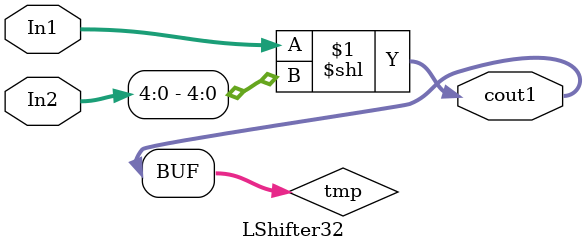
<source format=v>
`timescale 1ns / 1ps

module LShifter32 (
        input wire [31:0] In1,
        input wire [31:0] In2,
        output wire [31:0] cout1
    );

    wire [31:0] tmp;

    assign tmp = In1 << In2[4:0];
    assign cout1 = tmp;

endmodule

</source>
